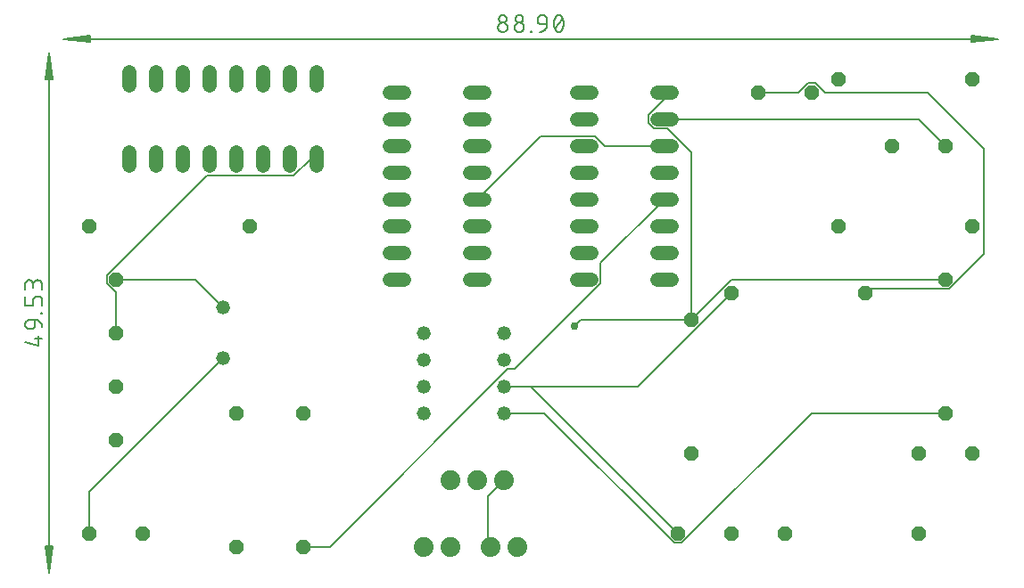
<source format=gbr>
G04 EAGLE Gerber RS-274X export*
G75*
%MOMM*%
%FSLAX34Y34*%
%LPD*%
%INTop Copper*%
%IPPOS*%
%AMOC8*
5,1,8,0,0,1.08239X$1,22.5*%
G01*
%ADD10C,0.130000*%
%ADD11C,0.130000*%
%ADD12C,0.152400*%
%ADD13P,1.429621X8X22.500000*%
%ADD14P,1.429621X8X202.500000*%
%ADD15C,1.320800*%
%ADD16C,1.320800*%
%ADD17C,1.879600*%
%ADD18P,1.429621X8X112.500000*%
%ADD19P,1.539592X8X202.500000*%
%ADD20P,1.429621X8X292.500000*%
%ADD21C,0.756400*%


D10*
X-12700Y800100D03*
X-12700Y304800D03*
D11*
X-12700Y305450D02*
X-12700Y799450D01*
X-15892Y774100D01*
X-9508Y774100D01*
X-12700Y799450D01*
X-14000Y774100D01*
X-11400Y774100D02*
X-12700Y799450D01*
X-15300Y774100D01*
X-10100Y774100D02*
X-12700Y799450D01*
X-15892Y330800D02*
X-12700Y305450D01*
X-15892Y330800D02*
X-9508Y330800D01*
X-12700Y305450D01*
X-14000Y330800D01*
X-11400Y330800D02*
X-12700Y305450D01*
X-15300Y330800D01*
X-10100Y330800D02*
X-12700Y305450D01*
D12*
X-22819Y521302D02*
X-35463Y524914D01*
X-22819Y521302D02*
X-22819Y530333D01*
X-26432Y527624D02*
X-19207Y527624D01*
X-26432Y540546D02*
X-26432Y545964D01*
X-26432Y540546D02*
X-26434Y540428D01*
X-26440Y540310D01*
X-26449Y540192D01*
X-26463Y540075D01*
X-26480Y539958D01*
X-26501Y539841D01*
X-26526Y539726D01*
X-26555Y539611D01*
X-26588Y539497D01*
X-26624Y539385D01*
X-26664Y539274D01*
X-26707Y539164D01*
X-26754Y539055D01*
X-26804Y538948D01*
X-26859Y538843D01*
X-26916Y538740D01*
X-26977Y538639D01*
X-27041Y538539D01*
X-27108Y538442D01*
X-27178Y538347D01*
X-27252Y538255D01*
X-27328Y538164D01*
X-27408Y538077D01*
X-27490Y537992D01*
X-27575Y537910D01*
X-27662Y537830D01*
X-27753Y537754D01*
X-27845Y537680D01*
X-27940Y537610D01*
X-28037Y537543D01*
X-28137Y537479D01*
X-28238Y537418D01*
X-28341Y537361D01*
X-28446Y537306D01*
X-28553Y537256D01*
X-28662Y537209D01*
X-28772Y537166D01*
X-28883Y537126D01*
X-28995Y537090D01*
X-29109Y537057D01*
X-29224Y537028D01*
X-29339Y537003D01*
X-29456Y536982D01*
X-29573Y536965D01*
X-29690Y536951D01*
X-29808Y536942D01*
X-29926Y536936D01*
X-30044Y536934D01*
X-30044Y536933D02*
X-30947Y536933D01*
X-31080Y536935D01*
X-31212Y536941D01*
X-31344Y536951D01*
X-31476Y536964D01*
X-31608Y536982D01*
X-31738Y537003D01*
X-31869Y537028D01*
X-31998Y537057D01*
X-32126Y537090D01*
X-32254Y537126D01*
X-32380Y537166D01*
X-32505Y537210D01*
X-32629Y537258D01*
X-32751Y537309D01*
X-32872Y537364D01*
X-32991Y537422D01*
X-33109Y537484D01*
X-33224Y537549D01*
X-33338Y537618D01*
X-33449Y537689D01*
X-33558Y537765D01*
X-33665Y537843D01*
X-33770Y537924D01*
X-33872Y538009D01*
X-33972Y538096D01*
X-34069Y538186D01*
X-34164Y538279D01*
X-34255Y538375D01*
X-34344Y538473D01*
X-34430Y538574D01*
X-34513Y538678D01*
X-34593Y538784D01*
X-34669Y538892D01*
X-34743Y539002D01*
X-34813Y539115D01*
X-34880Y539229D01*
X-34943Y539346D01*
X-35003Y539464D01*
X-35060Y539584D01*
X-35113Y539706D01*
X-35162Y539829D01*
X-35208Y539953D01*
X-35250Y540079D01*
X-35288Y540206D01*
X-35323Y540334D01*
X-35354Y540463D01*
X-35381Y540592D01*
X-35404Y540723D01*
X-35424Y540854D01*
X-35439Y540986D01*
X-35451Y541118D01*
X-35459Y541250D01*
X-35463Y541383D01*
X-35463Y541515D01*
X-35459Y541648D01*
X-35451Y541780D01*
X-35439Y541912D01*
X-35424Y542044D01*
X-35404Y542175D01*
X-35381Y542306D01*
X-35354Y542435D01*
X-35323Y542564D01*
X-35288Y542692D01*
X-35250Y542819D01*
X-35208Y542945D01*
X-35162Y543069D01*
X-35113Y543192D01*
X-35060Y543314D01*
X-35003Y543434D01*
X-34943Y543552D01*
X-34880Y543669D01*
X-34813Y543783D01*
X-34743Y543896D01*
X-34669Y544006D01*
X-34593Y544114D01*
X-34513Y544220D01*
X-34430Y544324D01*
X-34344Y544425D01*
X-34255Y544523D01*
X-34164Y544619D01*
X-34069Y544712D01*
X-33972Y544802D01*
X-33872Y544889D01*
X-33770Y544974D01*
X-33665Y545055D01*
X-33558Y545133D01*
X-33449Y545209D01*
X-33338Y545280D01*
X-33224Y545349D01*
X-33109Y545414D01*
X-32991Y545476D01*
X-32872Y545534D01*
X-32751Y545589D01*
X-32629Y545640D01*
X-32505Y545688D01*
X-32380Y545732D01*
X-32254Y545772D01*
X-32126Y545808D01*
X-31998Y545841D01*
X-31869Y545870D01*
X-31738Y545895D01*
X-31608Y545916D01*
X-31476Y545934D01*
X-31344Y545947D01*
X-31212Y545957D01*
X-31080Y545963D01*
X-30947Y545965D01*
X-30947Y545964D02*
X-26432Y545964D01*
X-26257Y545962D01*
X-26083Y545956D01*
X-25909Y545945D01*
X-25735Y545930D01*
X-25561Y545911D01*
X-25388Y545888D01*
X-25216Y545861D01*
X-25044Y545829D01*
X-24873Y545794D01*
X-24703Y545754D01*
X-24534Y545710D01*
X-24366Y545662D01*
X-24199Y545610D01*
X-24034Y545554D01*
X-23870Y545494D01*
X-23707Y545431D01*
X-23547Y545363D01*
X-23387Y545291D01*
X-23230Y545216D01*
X-23074Y545136D01*
X-22921Y545053D01*
X-22769Y544967D01*
X-22620Y544876D01*
X-22473Y544782D01*
X-22328Y544685D01*
X-22185Y544584D01*
X-22045Y544480D01*
X-21908Y544372D01*
X-21773Y544261D01*
X-21641Y544147D01*
X-21512Y544030D01*
X-21385Y543909D01*
X-21262Y543786D01*
X-21141Y543659D01*
X-21024Y543530D01*
X-20910Y543398D01*
X-20799Y543263D01*
X-20691Y543126D01*
X-20587Y542986D01*
X-20486Y542843D01*
X-20389Y542698D01*
X-20295Y542551D01*
X-20204Y542402D01*
X-20118Y542250D01*
X-20035Y542097D01*
X-19955Y541941D01*
X-19880Y541784D01*
X-19808Y541624D01*
X-19740Y541464D01*
X-19677Y541301D01*
X-19617Y541137D01*
X-19561Y540972D01*
X-19509Y540805D01*
X-19461Y540637D01*
X-19417Y540468D01*
X-19377Y540298D01*
X-19342Y540127D01*
X-19310Y539955D01*
X-19283Y539783D01*
X-19260Y539610D01*
X-19241Y539436D01*
X-19226Y539262D01*
X-19215Y539088D01*
X-19209Y538914D01*
X-19207Y538739D01*
X-19207Y551939D02*
X-20110Y551939D01*
X-20110Y552842D01*
X-19207Y552842D01*
X-19207Y551939D01*
X-19207Y558817D02*
X-19207Y564236D01*
X-19209Y564354D01*
X-19215Y564472D01*
X-19224Y564590D01*
X-19238Y564707D01*
X-19255Y564824D01*
X-19276Y564941D01*
X-19301Y565056D01*
X-19330Y565171D01*
X-19363Y565285D01*
X-19399Y565397D01*
X-19439Y565508D01*
X-19482Y565618D01*
X-19529Y565727D01*
X-19579Y565834D01*
X-19634Y565939D01*
X-19691Y566042D01*
X-19752Y566143D01*
X-19816Y566243D01*
X-19883Y566340D01*
X-19953Y566435D01*
X-20027Y566527D01*
X-20103Y566618D01*
X-20183Y566705D01*
X-20265Y566790D01*
X-20350Y566872D01*
X-20437Y566952D01*
X-20528Y567028D01*
X-20620Y567102D01*
X-20715Y567172D01*
X-20812Y567239D01*
X-20912Y567303D01*
X-21013Y567364D01*
X-21116Y567421D01*
X-21221Y567476D01*
X-21328Y567526D01*
X-21437Y567573D01*
X-21547Y567616D01*
X-21658Y567656D01*
X-21770Y567692D01*
X-21884Y567725D01*
X-21999Y567754D01*
X-22114Y567779D01*
X-22231Y567800D01*
X-22348Y567817D01*
X-22465Y567831D01*
X-22583Y567840D01*
X-22701Y567846D01*
X-22819Y567848D01*
X-24626Y567848D01*
X-24744Y567846D01*
X-24862Y567840D01*
X-24980Y567831D01*
X-25097Y567817D01*
X-25214Y567800D01*
X-25331Y567779D01*
X-25446Y567754D01*
X-25561Y567725D01*
X-25675Y567692D01*
X-25787Y567656D01*
X-25898Y567616D01*
X-26008Y567573D01*
X-26117Y567526D01*
X-26224Y567476D01*
X-26329Y567421D01*
X-26432Y567364D01*
X-26533Y567303D01*
X-26633Y567239D01*
X-26730Y567172D01*
X-26825Y567102D01*
X-26917Y567028D01*
X-27008Y566952D01*
X-27095Y566872D01*
X-27180Y566790D01*
X-27262Y566705D01*
X-27342Y566618D01*
X-27418Y566527D01*
X-27492Y566435D01*
X-27562Y566340D01*
X-27629Y566243D01*
X-27693Y566143D01*
X-27754Y566042D01*
X-27811Y565939D01*
X-27866Y565834D01*
X-27916Y565727D01*
X-27963Y565618D01*
X-28006Y565508D01*
X-28046Y565397D01*
X-28082Y565285D01*
X-28115Y565171D01*
X-28144Y565056D01*
X-28169Y564941D01*
X-28190Y564824D01*
X-28207Y564707D01*
X-28221Y564590D01*
X-28230Y564472D01*
X-28236Y564354D01*
X-28238Y564236D01*
X-28238Y558817D01*
X-35463Y558817D01*
X-35463Y567848D01*
X-19207Y574448D02*
X-19207Y578964D01*
X-19209Y579097D01*
X-19215Y579229D01*
X-19225Y579361D01*
X-19238Y579493D01*
X-19256Y579625D01*
X-19277Y579755D01*
X-19302Y579886D01*
X-19331Y580015D01*
X-19364Y580143D01*
X-19400Y580271D01*
X-19440Y580397D01*
X-19484Y580522D01*
X-19532Y580646D01*
X-19583Y580768D01*
X-19638Y580889D01*
X-19696Y581008D01*
X-19758Y581126D01*
X-19823Y581241D01*
X-19892Y581355D01*
X-19963Y581466D01*
X-20039Y581575D01*
X-20117Y581682D01*
X-20198Y581787D01*
X-20283Y581889D01*
X-20370Y581989D01*
X-20460Y582086D01*
X-20553Y582181D01*
X-20649Y582272D01*
X-20747Y582361D01*
X-20848Y582447D01*
X-20952Y582530D01*
X-21058Y582610D01*
X-21166Y582686D01*
X-21276Y582760D01*
X-21389Y582830D01*
X-21503Y582897D01*
X-21620Y582960D01*
X-21738Y583020D01*
X-21858Y583077D01*
X-21980Y583130D01*
X-22103Y583179D01*
X-22227Y583225D01*
X-22353Y583267D01*
X-22480Y583305D01*
X-22608Y583340D01*
X-22737Y583371D01*
X-22866Y583398D01*
X-22997Y583421D01*
X-23128Y583441D01*
X-23260Y583456D01*
X-23392Y583468D01*
X-23524Y583476D01*
X-23657Y583480D01*
X-23789Y583480D01*
X-23922Y583476D01*
X-24054Y583468D01*
X-24186Y583456D01*
X-24318Y583441D01*
X-24449Y583421D01*
X-24580Y583398D01*
X-24709Y583371D01*
X-24838Y583340D01*
X-24966Y583305D01*
X-25093Y583267D01*
X-25219Y583225D01*
X-25343Y583179D01*
X-25466Y583130D01*
X-25588Y583077D01*
X-25708Y583020D01*
X-25826Y582960D01*
X-25943Y582897D01*
X-26057Y582830D01*
X-26170Y582760D01*
X-26280Y582686D01*
X-26388Y582610D01*
X-26494Y582530D01*
X-26598Y582447D01*
X-26699Y582361D01*
X-26797Y582272D01*
X-26893Y582181D01*
X-26986Y582086D01*
X-27076Y581989D01*
X-27163Y581889D01*
X-27248Y581787D01*
X-27329Y581682D01*
X-27407Y581575D01*
X-27483Y581466D01*
X-27554Y581355D01*
X-27623Y581241D01*
X-27688Y581126D01*
X-27750Y581008D01*
X-27808Y580889D01*
X-27863Y580768D01*
X-27914Y580646D01*
X-27962Y580522D01*
X-28006Y580397D01*
X-28046Y580271D01*
X-28082Y580143D01*
X-28115Y580015D01*
X-28144Y579886D01*
X-28169Y579755D01*
X-28190Y579625D01*
X-28208Y579493D01*
X-28221Y579361D01*
X-28231Y579229D01*
X-28237Y579097D01*
X-28239Y578964D01*
X-35463Y579867D02*
X-35463Y574448D01*
X-35463Y579867D02*
X-35461Y579986D01*
X-35455Y580106D01*
X-35445Y580225D01*
X-35431Y580343D01*
X-35414Y580462D01*
X-35392Y580579D01*
X-35367Y580696D01*
X-35337Y580811D01*
X-35304Y580926D01*
X-35267Y581040D01*
X-35227Y581152D01*
X-35182Y581263D01*
X-35134Y581372D01*
X-35083Y581480D01*
X-35028Y581586D01*
X-34969Y581690D01*
X-34907Y581792D01*
X-34842Y581892D01*
X-34773Y581990D01*
X-34701Y582086D01*
X-34626Y582179D01*
X-34549Y582269D01*
X-34468Y582357D01*
X-34384Y582442D01*
X-34297Y582524D01*
X-34208Y582604D01*
X-34116Y582680D01*
X-34022Y582754D01*
X-33925Y582824D01*
X-33827Y582891D01*
X-33726Y582955D01*
X-33622Y583015D01*
X-33517Y583072D01*
X-33410Y583125D01*
X-33302Y583175D01*
X-33192Y583221D01*
X-33080Y583263D01*
X-32967Y583302D01*
X-32853Y583337D01*
X-32738Y583368D01*
X-32621Y583396D01*
X-32504Y583419D01*
X-32387Y583439D01*
X-32268Y583455D01*
X-32149Y583467D01*
X-32030Y583475D01*
X-31911Y583479D01*
X-31791Y583479D01*
X-31672Y583475D01*
X-31553Y583467D01*
X-31434Y583455D01*
X-31315Y583439D01*
X-31198Y583419D01*
X-31081Y583396D01*
X-30964Y583368D01*
X-30849Y583337D01*
X-30735Y583302D01*
X-30622Y583263D01*
X-30510Y583221D01*
X-30400Y583175D01*
X-30292Y583125D01*
X-30185Y583072D01*
X-30080Y583015D01*
X-29976Y582955D01*
X-29875Y582891D01*
X-29777Y582824D01*
X-29680Y582754D01*
X-29586Y582680D01*
X-29494Y582604D01*
X-29405Y582524D01*
X-29318Y582442D01*
X-29234Y582357D01*
X-29153Y582269D01*
X-29076Y582179D01*
X-29001Y582086D01*
X-28929Y581990D01*
X-28860Y581892D01*
X-28795Y581792D01*
X-28733Y581690D01*
X-28674Y581586D01*
X-28619Y581480D01*
X-28568Y581372D01*
X-28520Y581263D01*
X-28475Y581152D01*
X-28435Y581040D01*
X-28398Y580926D01*
X-28365Y580811D01*
X-28335Y580696D01*
X-28310Y580579D01*
X-28288Y580462D01*
X-28271Y580343D01*
X-28257Y580225D01*
X-28247Y580106D01*
X-28241Y579986D01*
X-28239Y579867D01*
X-28238Y579867D02*
X-28238Y576254D01*
D10*
X0Y812800D03*
X889000Y812800D03*
D11*
X888350Y812800D02*
X650Y812800D01*
X26000Y815992D01*
X26000Y809608D01*
X650Y812800D01*
X26000Y814100D01*
X26000Y811500D02*
X650Y812800D01*
X26000Y815400D01*
X26000Y810200D02*
X650Y812800D01*
X863000Y815992D02*
X888350Y812800D01*
X863000Y815992D02*
X863000Y809608D01*
X888350Y812800D01*
X863000Y814100D01*
X863000Y811500D02*
X888350Y812800D01*
X863000Y815400D01*
X863000Y810200D02*
X888350Y812800D01*
D12*
X422384Y823823D02*
X422382Y823956D01*
X422376Y824088D01*
X422366Y824220D01*
X422353Y824352D01*
X422335Y824484D01*
X422314Y824614D01*
X422289Y824745D01*
X422260Y824874D01*
X422227Y825002D01*
X422191Y825130D01*
X422151Y825256D01*
X422107Y825381D01*
X422059Y825505D01*
X422008Y825627D01*
X421953Y825748D01*
X421895Y825867D01*
X421833Y825985D01*
X421768Y826100D01*
X421699Y826214D01*
X421628Y826325D01*
X421552Y826434D01*
X421474Y826541D01*
X421393Y826646D01*
X421308Y826748D01*
X421221Y826848D01*
X421131Y826945D01*
X421038Y827040D01*
X420942Y827131D01*
X420844Y827220D01*
X420743Y827306D01*
X420639Y827389D01*
X420533Y827469D01*
X420425Y827545D01*
X420315Y827619D01*
X420202Y827689D01*
X420088Y827756D01*
X419971Y827819D01*
X419853Y827879D01*
X419733Y827936D01*
X419611Y827989D01*
X419488Y828038D01*
X419364Y828084D01*
X419238Y828126D01*
X419111Y828164D01*
X418983Y828199D01*
X418854Y828230D01*
X418725Y828257D01*
X418594Y828280D01*
X418463Y828300D01*
X418331Y828315D01*
X418199Y828327D01*
X418067Y828335D01*
X417934Y828339D01*
X417802Y828339D01*
X417669Y828335D01*
X417537Y828327D01*
X417405Y828315D01*
X417273Y828300D01*
X417142Y828280D01*
X417011Y828257D01*
X416882Y828230D01*
X416753Y828199D01*
X416625Y828164D01*
X416498Y828126D01*
X416372Y828084D01*
X416248Y828038D01*
X416125Y827989D01*
X416003Y827936D01*
X415883Y827879D01*
X415765Y827819D01*
X415648Y827756D01*
X415534Y827689D01*
X415421Y827619D01*
X415311Y827545D01*
X415203Y827469D01*
X415097Y827389D01*
X414993Y827306D01*
X414892Y827220D01*
X414794Y827131D01*
X414698Y827040D01*
X414605Y826945D01*
X414515Y826848D01*
X414428Y826748D01*
X414343Y826646D01*
X414262Y826541D01*
X414184Y826434D01*
X414108Y826325D01*
X414037Y826214D01*
X413968Y826100D01*
X413903Y825985D01*
X413841Y825867D01*
X413783Y825748D01*
X413728Y825627D01*
X413677Y825505D01*
X413629Y825381D01*
X413585Y825256D01*
X413545Y825130D01*
X413509Y825002D01*
X413476Y824874D01*
X413447Y824745D01*
X413422Y824614D01*
X413401Y824484D01*
X413383Y824352D01*
X413370Y824220D01*
X413360Y824088D01*
X413354Y823956D01*
X413352Y823823D01*
X413354Y823690D01*
X413360Y823558D01*
X413370Y823426D01*
X413383Y823294D01*
X413401Y823162D01*
X413422Y823032D01*
X413447Y822901D01*
X413476Y822772D01*
X413509Y822644D01*
X413545Y822516D01*
X413585Y822390D01*
X413629Y822265D01*
X413677Y822141D01*
X413728Y822019D01*
X413783Y821898D01*
X413841Y821779D01*
X413903Y821661D01*
X413968Y821546D01*
X414037Y821432D01*
X414108Y821321D01*
X414184Y821212D01*
X414262Y821105D01*
X414343Y821000D01*
X414428Y820898D01*
X414515Y820798D01*
X414605Y820701D01*
X414698Y820606D01*
X414794Y820515D01*
X414892Y820426D01*
X414993Y820340D01*
X415097Y820257D01*
X415203Y820177D01*
X415311Y820101D01*
X415421Y820027D01*
X415534Y819957D01*
X415648Y819890D01*
X415765Y819827D01*
X415883Y819767D01*
X416003Y819710D01*
X416125Y819657D01*
X416248Y819608D01*
X416372Y819562D01*
X416498Y819520D01*
X416625Y819482D01*
X416753Y819447D01*
X416882Y819416D01*
X417011Y819389D01*
X417142Y819366D01*
X417273Y819346D01*
X417405Y819331D01*
X417537Y819319D01*
X417669Y819311D01*
X417802Y819307D01*
X417934Y819307D01*
X418067Y819311D01*
X418199Y819319D01*
X418331Y819331D01*
X418463Y819346D01*
X418594Y819366D01*
X418725Y819389D01*
X418854Y819416D01*
X418983Y819447D01*
X419111Y819482D01*
X419238Y819520D01*
X419364Y819562D01*
X419488Y819608D01*
X419611Y819657D01*
X419733Y819710D01*
X419853Y819767D01*
X419971Y819827D01*
X420088Y819890D01*
X420202Y819957D01*
X420315Y820027D01*
X420425Y820101D01*
X420533Y820177D01*
X420639Y820257D01*
X420743Y820340D01*
X420844Y820426D01*
X420942Y820515D01*
X421038Y820606D01*
X421131Y820701D01*
X421221Y820798D01*
X421308Y820898D01*
X421393Y821000D01*
X421474Y821105D01*
X421552Y821212D01*
X421628Y821321D01*
X421699Y821432D01*
X421768Y821546D01*
X421833Y821661D01*
X421895Y821779D01*
X421953Y821898D01*
X422008Y822019D01*
X422059Y822141D01*
X422107Y822265D01*
X422151Y822390D01*
X422191Y822516D01*
X422227Y822644D01*
X422260Y822772D01*
X422289Y822901D01*
X422314Y823032D01*
X422335Y823162D01*
X422353Y823294D01*
X422366Y823426D01*
X422376Y823558D01*
X422382Y823690D01*
X422384Y823823D01*
X421480Y831951D02*
X421478Y832070D01*
X421472Y832190D01*
X421462Y832309D01*
X421448Y832427D01*
X421431Y832546D01*
X421409Y832663D01*
X421384Y832780D01*
X421354Y832895D01*
X421321Y833010D01*
X421284Y833124D01*
X421244Y833236D01*
X421199Y833347D01*
X421151Y833456D01*
X421100Y833564D01*
X421045Y833670D01*
X420986Y833774D01*
X420924Y833876D01*
X420859Y833976D01*
X420790Y834074D01*
X420718Y834170D01*
X420643Y834263D01*
X420566Y834353D01*
X420485Y834441D01*
X420401Y834526D01*
X420314Y834608D01*
X420225Y834688D01*
X420133Y834764D01*
X420039Y834838D01*
X419942Y834908D01*
X419844Y834975D01*
X419743Y835039D01*
X419639Y835099D01*
X419534Y835156D01*
X419427Y835209D01*
X419319Y835259D01*
X419209Y835305D01*
X419097Y835347D01*
X418984Y835386D01*
X418870Y835421D01*
X418755Y835452D01*
X418638Y835480D01*
X418521Y835503D01*
X418404Y835523D01*
X418285Y835539D01*
X418166Y835551D01*
X418047Y835559D01*
X417928Y835563D01*
X417808Y835563D01*
X417689Y835559D01*
X417570Y835551D01*
X417451Y835539D01*
X417332Y835523D01*
X417215Y835503D01*
X417098Y835480D01*
X416981Y835452D01*
X416866Y835421D01*
X416752Y835386D01*
X416639Y835347D01*
X416527Y835305D01*
X416417Y835259D01*
X416309Y835209D01*
X416202Y835156D01*
X416097Y835099D01*
X415993Y835039D01*
X415892Y834975D01*
X415794Y834908D01*
X415697Y834838D01*
X415603Y834764D01*
X415511Y834688D01*
X415422Y834608D01*
X415335Y834526D01*
X415251Y834441D01*
X415170Y834353D01*
X415093Y834263D01*
X415018Y834170D01*
X414946Y834074D01*
X414877Y833976D01*
X414812Y833876D01*
X414750Y833774D01*
X414691Y833670D01*
X414636Y833564D01*
X414585Y833456D01*
X414537Y833347D01*
X414492Y833236D01*
X414452Y833124D01*
X414415Y833010D01*
X414382Y832895D01*
X414352Y832780D01*
X414327Y832663D01*
X414305Y832546D01*
X414288Y832427D01*
X414274Y832309D01*
X414264Y832190D01*
X414258Y832070D01*
X414256Y831951D01*
X414258Y831832D01*
X414264Y831712D01*
X414274Y831593D01*
X414288Y831475D01*
X414305Y831356D01*
X414327Y831239D01*
X414352Y831122D01*
X414382Y831007D01*
X414415Y830892D01*
X414452Y830778D01*
X414492Y830666D01*
X414537Y830555D01*
X414585Y830446D01*
X414636Y830338D01*
X414691Y830232D01*
X414750Y830128D01*
X414812Y830026D01*
X414877Y829926D01*
X414946Y829828D01*
X415018Y829732D01*
X415093Y829639D01*
X415170Y829549D01*
X415251Y829461D01*
X415335Y829376D01*
X415422Y829294D01*
X415511Y829214D01*
X415603Y829138D01*
X415697Y829064D01*
X415794Y828994D01*
X415892Y828927D01*
X415993Y828863D01*
X416097Y828803D01*
X416202Y828746D01*
X416309Y828693D01*
X416417Y828643D01*
X416527Y828597D01*
X416639Y828555D01*
X416752Y828516D01*
X416866Y828481D01*
X416981Y828450D01*
X417098Y828422D01*
X417215Y828399D01*
X417332Y828379D01*
X417451Y828363D01*
X417570Y828351D01*
X417689Y828343D01*
X417808Y828339D01*
X417928Y828339D01*
X418047Y828343D01*
X418166Y828351D01*
X418285Y828363D01*
X418404Y828379D01*
X418521Y828399D01*
X418638Y828422D01*
X418755Y828450D01*
X418870Y828481D01*
X418984Y828516D01*
X419097Y828555D01*
X419209Y828597D01*
X419319Y828643D01*
X419427Y828693D01*
X419534Y828746D01*
X419639Y828803D01*
X419743Y828863D01*
X419844Y828927D01*
X419942Y828994D01*
X420039Y829064D01*
X420133Y829138D01*
X420225Y829214D01*
X420314Y829294D01*
X420401Y829376D01*
X420485Y829461D01*
X420566Y829549D01*
X420643Y829639D01*
X420718Y829732D01*
X420790Y829828D01*
X420859Y829926D01*
X420924Y830026D01*
X420986Y830128D01*
X421045Y830232D01*
X421100Y830338D01*
X421151Y830446D01*
X421199Y830555D01*
X421244Y830666D01*
X421284Y830778D01*
X421321Y830892D01*
X421354Y831007D01*
X421384Y831122D01*
X421409Y831239D01*
X421431Y831356D01*
X421448Y831475D01*
X421462Y831593D01*
X421472Y831712D01*
X421478Y831832D01*
X421480Y831951D01*
X428983Y823823D02*
X428985Y823956D01*
X428991Y824088D01*
X429001Y824220D01*
X429014Y824352D01*
X429032Y824484D01*
X429053Y824614D01*
X429078Y824745D01*
X429107Y824874D01*
X429140Y825002D01*
X429176Y825130D01*
X429216Y825256D01*
X429260Y825381D01*
X429308Y825505D01*
X429359Y825627D01*
X429414Y825748D01*
X429472Y825867D01*
X429534Y825985D01*
X429599Y826100D01*
X429668Y826214D01*
X429739Y826325D01*
X429815Y826434D01*
X429893Y826541D01*
X429974Y826646D01*
X430059Y826748D01*
X430146Y826848D01*
X430236Y826945D01*
X430329Y827040D01*
X430425Y827131D01*
X430523Y827220D01*
X430624Y827306D01*
X430728Y827389D01*
X430834Y827469D01*
X430942Y827545D01*
X431052Y827619D01*
X431165Y827689D01*
X431279Y827756D01*
X431396Y827819D01*
X431514Y827879D01*
X431634Y827936D01*
X431756Y827989D01*
X431879Y828038D01*
X432003Y828084D01*
X432129Y828126D01*
X432256Y828164D01*
X432384Y828199D01*
X432513Y828230D01*
X432642Y828257D01*
X432773Y828280D01*
X432904Y828300D01*
X433036Y828315D01*
X433168Y828327D01*
X433300Y828335D01*
X433433Y828339D01*
X433565Y828339D01*
X433698Y828335D01*
X433830Y828327D01*
X433962Y828315D01*
X434094Y828300D01*
X434225Y828280D01*
X434356Y828257D01*
X434485Y828230D01*
X434614Y828199D01*
X434742Y828164D01*
X434869Y828126D01*
X434995Y828084D01*
X435119Y828038D01*
X435242Y827989D01*
X435364Y827936D01*
X435484Y827879D01*
X435602Y827819D01*
X435719Y827756D01*
X435833Y827689D01*
X435946Y827619D01*
X436056Y827545D01*
X436164Y827469D01*
X436270Y827389D01*
X436374Y827306D01*
X436475Y827220D01*
X436573Y827131D01*
X436669Y827040D01*
X436762Y826945D01*
X436852Y826848D01*
X436939Y826748D01*
X437024Y826646D01*
X437105Y826541D01*
X437183Y826434D01*
X437259Y826325D01*
X437330Y826214D01*
X437399Y826100D01*
X437464Y825985D01*
X437526Y825867D01*
X437584Y825748D01*
X437639Y825627D01*
X437690Y825505D01*
X437738Y825381D01*
X437782Y825256D01*
X437822Y825130D01*
X437858Y825002D01*
X437891Y824874D01*
X437920Y824745D01*
X437945Y824614D01*
X437966Y824484D01*
X437984Y824352D01*
X437997Y824220D01*
X438007Y824088D01*
X438013Y823956D01*
X438015Y823823D01*
X438013Y823690D01*
X438007Y823558D01*
X437997Y823426D01*
X437984Y823294D01*
X437966Y823162D01*
X437945Y823032D01*
X437920Y822901D01*
X437891Y822772D01*
X437858Y822644D01*
X437822Y822516D01*
X437782Y822390D01*
X437738Y822265D01*
X437690Y822141D01*
X437639Y822019D01*
X437584Y821898D01*
X437526Y821779D01*
X437464Y821661D01*
X437399Y821546D01*
X437330Y821432D01*
X437259Y821321D01*
X437183Y821212D01*
X437105Y821105D01*
X437024Y821000D01*
X436939Y820898D01*
X436852Y820798D01*
X436762Y820701D01*
X436669Y820606D01*
X436573Y820515D01*
X436475Y820426D01*
X436374Y820340D01*
X436270Y820257D01*
X436164Y820177D01*
X436056Y820101D01*
X435946Y820027D01*
X435833Y819957D01*
X435719Y819890D01*
X435602Y819827D01*
X435484Y819767D01*
X435364Y819710D01*
X435242Y819657D01*
X435119Y819608D01*
X434995Y819562D01*
X434869Y819520D01*
X434742Y819482D01*
X434614Y819447D01*
X434485Y819416D01*
X434356Y819389D01*
X434225Y819366D01*
X434094Y819346D01*
X433962Y819331D01*
X433830Y819319D01*
X433698Y819311D01*
X433565Y819307D01*
X433433Y819307D01*
X433300Y819311D01*
X433168Y819319D01*
X433036Y819331D01*
X432904Y819346D01*
X432773Y819366D01*
X432642Y819389D01*
X432513Y819416D01*
X432384Y819447D01*
X432256Y819482D01*
X432129Y819520D01*
X432003Y819562D01*
X431879Y819608D01*
X431756Y819657D01*
X431634Y819710D01*
X431514Y819767D01*
X431396Y819827D01*
X431279Y819890D01*
X431165Y819957D01*
X431052Y820027D01*
X430942Y820101D01*
X430834Y820177D01*
X430728Y820257D01*
X430624Y820340D01*
X430523Y820426D01*
X430425Y820515D01*
X430329Y820606D01*
X430236Y820701D01*
X430146Y820798D01*
X430059Y820898D01*
X429974Y821000D01*
X429893Y821105D01*
X429815Y821212D01*
X429739Y821321D01*
X429668Y821432D01*
X429599Y821546D01*
X429534Y821661D01*
X429472Y821779D01*
X429414Y821898D01*
X429359Y822019D01*
X429308Y822141D01*
X429260Y822265D01*
X429216Y822390D01*
X429176Y822516D01*
X429140Y822644D01*
X429107Y822772D01*
X429078Y822901D01*
X429053Y823032D01*
X429032Y823162D01*
X429014Y823294D01*
X429001Y823426D01*
X428991Y823558D01*
X428985Y823690D01*
X428983Y823823D01*
X429887Y831951D02*
X429889Y832070D01*
X429895Y832190D01*
X429905Y832309D01*
X429919Y832427D01*
X429936Y832546D01*
X429958Y832663D01*
X429983Y832780D01*
X430013Y832895D01*
X430046Y833010D01*
X430083Y833124D01*
X430123Y833236D01*
X430168Y833347D01*
X430216Y833456D01*
X430267Y833564D01*
X430322Y833670D01*
X430381Y833774D01*
X430443Y833876D01*
X430508Y833976D01*
X430577Y834074D01*
X430649Y834170D01*
X430724Y834263D01*
X430801Y834353D01*
X430882Y834441D01*
X430966Y834526D01*
X431053Y834608D01*
X431142Y834688D01*
X431234Y834764D01*
X431328Y834838D01*
X431425Y834908D01*
X431523Y834975D01*
X431624Y835039D01*
X431728Y835099D01*
X431833Y835156D01*
X431940Y835209D01*
X432048Y835259D01*
X432158Y835305D01*
X432270Y835347D01*
X432383Y835386D01*
X432497Y835421D01*
X432612Y835452D01*
X432729Y835480D01*
X432846Y835503D01*
X432963Y835523D01*
X433082Y835539D01*
X433201Y835551D01*
X433320Y835559D01*
X433439Y835563D01*
X433559Y835563D01*
X433678Y835559D01*
X433797Y835551D01*
X433916Y835539D01*
X434035Y835523D01*
X434152Y835503D01*
X434269Y835480D01*
X434386Y835452D01*
X434501Y835421D01*
X434615Y835386D01*
X434728Y835347D01*
X434840Y835305D01*
X434950Y835259D01*
X435058Y835209D01*
X435165Y835156D01*
X435270Y835099D01*
X435374Y835039D01*
X435475Y834975D01*
X435573Y834908D01*
X435670Y834838D01*
X435764Y834764D01*
X435856Y834688D01*
X435945Y834608D01*
X436032Y834526D01*
X436116Y834441D01*
X436197Y834353D01*
X436274Y834263D01*
X436349Y834170D01*
X436421Y834074D01*
X436490Y833976D01*
X436555Y833876D01*
X436617Y833774D01*
X436676Y833670D01*
X436731Y833564D01*
X436782Y833456D01*
X436830Y833347D01*
X436875Y833236D01*
X436915Y833124D01*
X436952Y833010D01*
X436985Y832895D01*
X437015Y832780D01*
X437040Y832663D01*
X437062Y832546D01*
X437079Y832427D01*
X437093Y832309D01*
X437103Y832190D01*
X437109Y832070D01*
X437111Y831951D01*
X437109Y831832D01*
X437103Y831712D01*
X437093Y831593D01*
X437079Y831475D01*
X437062Y831356D01*
X437040Y831239D01*
X437015Y831122D01*
X436985Y831007D01*
X436952Y830892D01*
X436915Y830778D01*
X436875Y830666D01*
X436830Y830555D01*
X436782Y830446D01*
X436731Y830338D01*
X436676Y830232D01*
X436617Y830128D01*
X436555Y830026D01*
X436490Y829926D01*
X436421Y829828D01*
X436349Y829732D01*
X436274Y829639D01*
X436197Y829549D01*
X436116Y829461D01*
X436032Y829376D01*
X435945Y829294D01*
X435856Y829214D01*
X435764Y829138D01*
X435670Y829064D01*
X435573Y828994D01*
X435475Y828927D01*
X435374Y828863D01*
X435270Y828803D01*
X435165Y828746D01*
X435058Y828693D01*
X434950Y828643D01*
X434840Y828597D01*
X434728Y828555D01*
X434615Y828516D01*
X434501Y828481D01*
X434386Y828450D01*
X434269Y828422D01*
X434152Y828399D01*
X434035Y828379D01*
X433916Y828363D01*
X433797Y828351D01*
X433678Y828343D01*
X433559Y828339D01*
X433439Y828339D01*
X433320Y828343D01*
X433201Y828351D01*
X433082Y828363D01*
X432963Y828379D01*
X432846Y828399D01*
X432729Y828422D01*
X432612Y828450D01*
X432497Y828481D01*
X432383Y828516D01*
X432270Y828555D01*
X432158Y828597D01*
X432048Y828643D01*
X431940Y828693D01*
X431833Y828746D01*
X431728Y828803D01*
X431624Y828863D01*
X431523Y828927D01*
X431425Y828994D01*
X431328Y829064D01*
X431234Y829138D01*
X431142Y829214D01*
X431053Y829294D01*
X430966Y829376D01*
X430882Y829461D01*
X430801Y829549D01*
X430724Y829639D01*
X430649Y829732D01*
X430577Y829828D01*
X430508Y829926D01*
X430443Y830026D01*
X430381Y830128D01*
X430322Y830232D01*
X430267Y830338D01*
X430216Y830446D01*
X430168Y830555D01*
X430123Y830666D01*
X430083Y830778D01*
X430046Y830892D01*
X430013Y831007D01*
X429983Y831122D01*
X429958Y831239D01*
X429936Y831356D01*
X429919Y831475D01*
X429905Y831593D01*
X429895Y831712D01*
X429889Y831832D01*
X429887Y831951D01*
X443989Y820210D02*
X443989Y819307D01*
X443989Y820210D02*
X444892Y820210D01*
X444892Y819307D01*
X443989Y819307D01*
X454479Y826532D02*
X459898Y826532D01*
X454479Y826532D02*
X454361Y826534D01*
X454243Y826540D01*
X454125Y826549D01*
X454008Y826563D01*
X453891Y826580D01*
X453774Y826601D01*
X453659Y826626D01*
X453544Y826655D01*
X453430Y826688D01*
X453318Y826724D01*
X453207Y826764D01*
X453097Y826807D01*
X452988Y826854D01*
X452881Y826904D01*
X452776Y826959D01*
X452673Y827016D01*
X452572Y827077D01*
X452472Y827141D01*
X452375Y827208D01*
X452280Y827278D01*
X452188Y827352D01*
X452097Y827428D01*
X452010Y827508D01*
X451925Y827590D01*
X451843Y827675D01*
X451763Y827762D01*
X451687Y827853D01*
X451613Y827945D01*
X451543Y828040D01*
X451476Y828137D01*
X451412Y828237D01*
X451351Y828338D01*
X451294Y828441D01*
X451239Y828546D01*
X451189Y828653D01*
X451142Y828762D01*
X451099Y828872D01*
X451059Y828983D01*
X451023Y829095D01*
X450990Y829209D01*
X450961Y829324D01*
X450936Y829439D01*
X450915Y829556D01*
X450898Y829673D01*
X450884Y829790D01*
X450875Y829908D01*
X450869Y830026D01*
X450867Y830144D01*
X450867Y831047D01*
X450866Y831047D02*
X450868Y831180D01*
X450874Y831312D01*
X450884Y831444D01*
X450897Y831576D01*
X450915Y831708D01*
X450936Y831838D01*
X450961Y831969D01*
X450990Y832098D01*
X451023Y832226D01*
X451059Y832354D01*
X451099Y832480D01*
X451143Y832605D01*
X451191Y832729D01*
X451242Y832851D01*
X451297Y832972D01*
X451355Y833091D01*
X451417Y833209D01*
X451482Y833324D01*
X451551Y833438D01*
X451622Y833549D01*
X451698Y833658D01*
X451776Y833765D01*
X451857Y833870D01*
X451942Y833972D01*
X452029Y834072D01*
X452119Y834169D01*
X452212Y834264D01*
X452308Y834355D01*
X452406Y834444D01*
X452507Y834530D01*
X452611Y834613D01*
X452717Y834693D01*
X452825Y834769D01*
X452935Y834843D01*
X453048Y834913D01*
X453162Y834980D01*
X453279Y835043D01*
X453397Y835103D01*
X453517Y835160D01*
X453639Y835213D01*
X453762Y835262D01*
X453886Y835308D01*
X454012Y835350D01*
X454139Y835388D01*
X454267Y835423D01*
X454396Y835454D01*
X454525Y835481D01*
X454656Y835504D01*
X454787Y835524D01*
X454919Y835539D01*
X455051Y835551D01*
X455183Y835559D01*
X455316Y835563D01*
X455448Y835563D01*
X455581Y835559D01*
X455713Y835551D01*
X455845Y835539D01*
X455977Y835524D01*
X456108Y835504D01*
X456239Y835481D01*
X456368Y835454D01*
X456497Y835423D01*
X456625Y835388D01*
X456752Y835350D01*
X456878Y835308D01*
X457002Y835262D01*
X457125Y835213D01*
X457247Y835160D01*
X457367Y835103D01*
X457485Y835043D01*
X457602Y834980D01*
X457716Y834913D01*
X457829Y834843D01*
X457939Y834769D01*
X458047Y834693D01*
X458153Y834613D01*
X458257Y834530D01*
X458358Y834444D01*
X458456Y834355D01*
X458552Y834264D01*
X458645Y834169D01*
X458735Y834072D01*
X458822Y833972D01*
X458907Y833870D01*
X458988Y833765D01*
X459066Y833658D01*
X459142Y833549D01*
X459213Y833438D01*
X459282Y833324D01*
X459347Y833209D01*
X459409Y833091D01*
X459467Y832972D01*
X459522Y832851D01*
X459573Y832729D01*
X459621Y832605D01*
X459665Y832480D01*
X459705Y832354D01*
X459741Y832226D01*
X459774Y832098D01*
X459803Y831969D01*
X459828Y831838D01*
X459849Y831708D01*
X459867Y831576D01*
X459880Y831444D01*
X459890Y831312D01*
X459896Y831180D01*
X459898Y831047D01*
X459898Y826532D01*
X459896Y826357D01*
X459890Y826183D01*
X459879Y826009D01*
X459864Y825835D01*
X459845Y825661D01*
X459822Y825488D01*
X459795Y825316D01*
X459763Y825144D01*
X459728Y824973D01*
X459688Y824803D01*
X459644Y824634D01*
X459596Y824466D01*
X459544Y824299D01*
X459488Y824134D01*
X459428Y823970D01*
X459365Y823807D01*
X459297Y823647D01*
X459225Y823487D01*
X459150Y823330D01*
X459070Y823174D01*
X458987Y823021D01*
X458901Y822869D01*
X458810Y822720D01*
X458716Y822573D01*
X458619Y822428D01*
X458518Y822285D01*
X458414Y822145D01*
X458306Y822008D01*
X458195Y821873D01*
X458081Y821741D01*
X457964Y821612D01*
X457843Y821485D01*
X457720Y821362D01*
X457593Y821241D01*
X457464Y821124D01*
X457332Y821010D01*
X457197Y820899D01*
X457060Y820791D01*
X456920Y820687D01*
X456777Y820586D01*
X456632Y820489D01*
X456485Y820395D01*
X456336Y820304D01*
X456184Y820218D01*
X456031Y820135D01*
X455875Y820055D01*
X455718Y819980D01*
X455558Y819908D01*
X455398Y819840D01*
X455235Y819777D01*
X455071Y819717D01*
X454906Y819661D01*
X454739Y819609D01*
X454571Y819561D01*
X454402Y819517D01*
X454232Y819477D01*
X454061Y819442D01*
X453889Y819410D01*
X453717Y819383D01*
X453544Y819360D01*
X453370Y819341D01*
X453196Y819326D01*
X453022Y819315D01*
X452848Y819309D01*
X452673Y819307D01*
X466498Y827435D02*
X466502Y827755D01*
X466513Y828074D01*
X466532Y828394D01*
X466559Y828712D01*
X466593Y829030D01*
X466635Y829347D01*
X466685Y829663D01*
X466742Y829978D01*
X466806Y830291D01*
X466878Y830603D01*
X466957Y830913D01*
X467044Y831220D01*
X467138Y831526D01*
X467239Y831829D01*
X467348Y832130D01*
X467463Y832428D01*
X467586Y832724D01*
X467716Y833016D01*
X467853Y833305D01*
X467853Y833306D02*
X467892Y833414D01*
X467935Y833521D01*
X467981Y833626D01*
X468032Y833730D01*
X468085Y833832D01*
X468142Y833932D01*
X468203Y834030D01*
X468267Y834125D01*
X468334Y834219D01*
X468405Y834310D01*
X468478Y834399D01*
X468555Y834485D01*
X468634Y834568D01*
X468716Y834649D01*
X468801Y834727D01*
X468889Y834801D01*
X468979Y834873D01*
X469071Y834941D01*
X469166Y835007D01*
X469263Y835069D01*
X469362Y835127D01*
X469464Y835183D01*
X469566Y835234D01*
X469671Y835282D01*
X469777Y835327D01*
X469885Y835368D01*
X469994Y835405D01*
X470104Y835438D01*
X470216Y835467D01*
X470328Y835493D01*
X470441Y835515D01*
X470555Y835532D01*
X470669Y835546D01*
X470784Y835556D01*
X470899Y835562D01*
X471014Y835564D01*
X471014Y835563D02*
X471129Y835561D01*
X471244Y835555D01*
X471359Y835545D01*
X471473Y835531D01*
X471587Y835514D01*
X471700Y835492D01*
X471812Y835466D01*
X471924Y835437D01*
X472034Y835404D01*
X472143Y835367D01*
X472251Y835326D01*
X472357Y835281D01*
X472462Y835233D01*
X472564Y835182D01*
X472665Y835126D01*
X472765Y835068D01*
X472862Y835006D01*
X472956Y834941D01*
X473049Y834872D01*
X473139Y834800D01*
X473227Y834726D01*
X473312Y834648D01*
X473394Y834567D01*
X473473Y834484D01*
X473550Y834398D01*
X473623Y834309D01*
X473694Y834218D01*
X473761Y834124D01*
X473825Y834029D01*
X473886Y833931D01*
X473943Y833831D01*
X473996Y833729D01*
X474047Y833625D01*
X474093Y833520D01*
X474136Y833413D01*
X474175Y833305D01*
X474174Y833305D02*
X474311Y833016D01*
X474441Y832724D01*
X474564Y832428D01*
X474679Y832130D01*
X474788Y831829D01*
X474889Y831526D01*
X474983Y831220D01*
X475070Y830913D01*
X475149Y830603D01*
X475221Y830291D01*
X475285Y829978D01*
X475342Y829663D01*
X475392Y829347D01*
X475434Y829030D01*
X475468Y828712D01*
X475495Y828394D01*
X475514Y828074D01*
X475525Y827755D01*
X475529Y827435D01*
X466498Y827435D02*
X466502Y827115D01*
X466513Y826796D01*
X466532Y826476D01*
X466559Y826158D01*
X466593Y825840D01*
X466635Y825523D01*
X466685Y825207D01*
X466742Y824892D01*
X466806Y824579D01*
X466878Y824267D01*
X466957Y823957D01*
X467044Y823650D01*
X467138Y823344D01*
X467239Y823041D01*
X467348Y822740D01*
X467463Y822442D01*
X467586Y822146D01*
X467716Y821854D01*
X467853Y821565D01*
X467892Y821457D01*
X467935Y821350D01*
X467981Y821245D01*
X468032Y821141D01*
X468085Y821039D01*
X468142Y820939D01*
X468203Y820841D01*
X468267Y820746D01*
X468334Y820652D01*
X468405Y820561D01*
X468478Y820472D01*
X468555Y820386D01*
X468634Y820303D01*
X468716Y820222D01*
X468801Y820144D01*
X468889Y820070D01*
X468979Y819998D01*
X469072Y819929D01*
X469166Y819864D01*
X469263Y819802D01*
X469363Y819744D01*
X469464Y819688D01*
X469566Y819637D01*
X469671Y819589D01*
X469777Y819544D01*
X469885Y819503D01*
X469994Y819466D01*
X470104Y819433D01*
X470216Y819404D01*
X470328Y819378D01*
X470441Y819356D01*
X470555Y819339D01*
X470669Y819325D01*
X470784Y819315D01*
X470899Y819309D01*
X471014Y819307D01*
X474174Y821565D02*
X474311Y821854D01*
X474441Y822146D01*
X474564Y822442D01*
X474679Y822740D01*
X474788Y823041D01*
X474889Y823344D01*
X474983Y823650D01*
X475070Y823957D01*
X475149Y824267D01*
X475221Y824579D01*
X475285Y824892D01*
X475342Y825207D01*
X475392Y825523D01*
X475434Y825840D01*
X475468Y826158D01*
X475495Y826476D01*
X475514Y826796D01*
X475525Y827115D01*
X475529Y827435D01*
X474175Y821565D02*
X474136Y821457D01*
X474093Y821350D01*
X474047Y821245D01*
X473996Y821141D01*
X473943Y821039D01*
X473886Y820939D01*
X473825Y820841D01*
X473761Y820746D01*
X473694Y820652D01*
X473623Y820561D01*
X473550Y820472D01*
X473473Y820386D01*
X473394Y820303D01*
X473312Y820222D01*
X473227Y820144D01*
X473139Y820070D01*
X473049Y819998D01*
X472956Y819929D01*
X472862Y819864D01*
X472765Y819802D01*
X472665Y819744D01*
X472564Y819688D01*
X472461Y819637D01*
X472357Y819589D01*
X472251Y819544D01*
X472143Y819503D01*
X472034Y819466D01*
X471924Y819433D01*
X471812Y819404D01*
X471700Y819378D01*
X471587Y819356D01*
X471473Y819339D01*
X471359Y819325D01*
X471244Y819315D01*
X471129Y819309D01*
X471014Y819307D01*
X467401Y822919D02*
X474626Y831951D01*
D13*
X660400Y762000D03*
X711200Y762000D03*
D14*
X863600Y419100D03*
X812800Y419100D03*
X812800Y342900D03*
X685800Y342900D03*
D13*
X736600Y635000D03*
X863600Y635000D03*
D15*
X152400Y557530D03*
X152400Y509270D03*
D16*
X310896Y762000D02*
X324104Y762000D01*
X324104Y736600D02*
X310896Y736600D01*
X310896Y609600D02*
X324104Y609600D01*
X324104Y584200D02*
X310896Y584200D01*
X310896Y711200D02*
X324104Y711200D01*
X324104Y685800D02*
X310896Y685800D01*
X310896Y635000D02*
X324104Y635000D01*
X324104Y660400D02*
X310896Y660400D01*
X387096Y584200D02*
X400304Y584200D01*
X400304Y609600D02*
X387096Y609600D01*
X387096Y635000D02*
X400304Y635000D01*
X400304Y660400D02*
X387096Y660400D01*
X387096Y685800D02*
X400304Y685800D01*
X400304Y711200D02*
X387096Y711200D01*
X387096Y736600D02*
X400304Y736600D01*
X400304Y762000D02*
X387096Y762000D01*
D15*
X342900Y533400D03*
X342900Y508000D03*
X419100Y508000D03*
X419100Y533400D03*
X342900Y482600D03*
X342900Y457200D03*
X419100Y482600D03*
X419100Y457200D03*
D16*
X63500Y691896D02*
X63500Y705104D01*
X88900Y705104D02*
X88900Y691896D01*
X215900Y691896D02*
X215900Y705104D01*
X241300Y705104D02*
X241300Y691896D01*
X114300Y691896D02*
X114300Y705104D01*
X139700Y705104D02*
X139700Y691896D01*
X190500Y691896D02*
X190500Y705104D01*
X165100Y705104D02*
X165100Y691896D01*
X241300Y768096D02*
X241300Y781304D01*
X215900Y781304D02*
X215900Y768096D01*
X190500Y768096D02*
X190500Y781304D01*
X165100Y781304D02*
X165100Y768096D01*
X139700Y768096D02*
X139700Y781304D01*
X114300Y781304D02*
X114300Y768096D01*
X88900Y768096D02*
X88900Y781304D01*
X63500Y781304D02*
X63500Y768096D01*
D17*
X342900Y330200D03*
X368300Y330200D03*
X406400Y330200D03*
X431800Y330200D03*
X368300Y393700D03*
X393700Y393700D03*
X419100Y393700D03*
D18*
X50800Y431800D03*
X50800Y482600D03*
X165100Y330200D03*
X165100Y457200D03*
X228600Y330200D03*
X228600Y457200D03*
D13*
X787400Y711200D03*
X838200Y711200D03*
X584200Y342900D03*
X635000Y342900D03*
D19*
X177800Y635000D03*
X25400Y635000D03*
D14*
X863600Y774700D03*
X736600Y774700D03*
D18*
X838200Y457200D03*
X838200Y584200D03*
X596900Y419100D03*
X596900Y546100D03*
D13*
X635000Y571500D03*
X762000Y571500D03*
D16*
X501904Y762000D02*
X488696Y762000D01*
X488696Y736600D02*
X501904Y736600D01*
X501904Y609600D02*
X488696Y609600D01*
X488696Y584200D02*
X501904Y584200D01*
X501904Y711200D02*
X488696Y711200D01*
X488696Y685800D02*
X501904Y685800D01*
X501904Y635000D02*
X488696Y635000D01*
X488696Y660400D02*
X501904Y660400D01*
X564896Y584200D02*
X578104Y584200D01*
X578104Y609600D02*
X564896Y609600D01*
X564896Y635000D02*
X578104Y635000D01*
X578104Y660400D02*
X564896Y660400D01*
X564896Y685800D02*
X578104Y685800D01*
X578104Y711200D02*
X564896Y711200D01*
X564896Y736600D02*
X578104Y736600D01*
X578104Y762000D02*
X564896Y762000D01*
D20*
X50800Y584200D03*
X50800Y533400D03*
D13*
X25400Y342900D03*
X76200Y342900D03*
D12*
X41910Y580518D02*
X41910Y587882D01*
X235076Y698500D02*
X241300Y698500D01*
X235076Y698500D02*
X219582Y683006D01*
X137034Y683006D02*
X41910Y587882D01*
X137034Y683006D02*
X219582Y683006D01*
X50800Y571628D02*
X50800Y533400D01*
X50800Y571628D02*
X41910Y580518D01*
X571500Y736600D02*
X812800Y736600D01*
X838200Y711200D01*
X419100Y393700D02*
X403860Y378460D01*
X403860Y332740D01*
X406400Y330200D01*
X556006Y732918D02*
X556006Y740282D01*
X556006Y732918D02*
X561214Y727710D01*
X574166Y727710D01*
X596900Y704976D01*
X596900Y546100D01*
X571500Y755776D02*
X571500Y762000D01*
X571500Y755776D02*
X556006Y740282D01*
X635000Y584200D02*
X596900Y546100D01*
X635000Y584200D02*
X838200Y584200D01*
X594000Y546100D02*
X590424Y546100D01*
X594000Y546100D02*
X596900Y546100D01*
D21*
X486000Y540000D03*
D12*
X492100Y546100D01*
X590424Y546100D01*
X125730Y584200D02*
X50800Y584200D01*
X125730Y584200D02*
X152400Y557530D01*
X514476Y711200D02*
X571500Y711200D01*
X514476Y711200D02*
X505586Y720090D01*
X453390Y720090D02*
X393700Y660400D01*
X453390Y720090D02*
X505586Y720090D01*
X571500Y660400D02*
X510794Y599694D01*
X510794Y580518D01*
X429386Y499110D02*
X422782Y499110D01*
X253872Y330200D01*
X429386Y499110D02*
X510794Y580518D01*
X253872Y330200D02*
X228600Y330200D01*
X25400Y342900D02*
X25400Y382270D01*
X152400Y509270D01*
X580518Y334010D02*
X587882Y334010D01*
X711072Y457200D02*
X838200Y457200D01*
X457328Y457200D02*
X419100Y457200D01*
X587882Y334010D02*
X711072Y457200D01*
X580518Y334010D02*
X457328Y457200D01*
X444500Y482600D02*
X419100Y482600D01*
X444500Y482600D02*
X584200Y342900D01*
X546100Y482600D02*
X419100Y482600D01*
X546100Y482600D02*
X635000Y571500D01*
X707518Y770890D02*
X714882Y770890D01*
X698628Y762000D02*
X660400Y762000D01*
X698628Y762000D02*
X707518Y770890D01*
X714882Y770890D02*
X723772Y762000D01*
X820778Y762000D01*
X874778Y708000D01*
X765810Y575310D02*
X762000Y571500D01*
X765810Y575310D02*
X841882Y575310D01*
X874778Y608206D02*
X874778Y708000D01*
X874778Y608206D02*
X841882Y575310D01*
M02*

</source>
